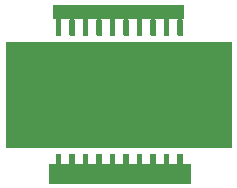
<source format=gbr>
G04 #@! TF.GenerationSoftware,KiCad,Pcbnew,(5.1.9)-1*
G04 #@! TF.CreationDate,2021-05-17T15:52:18-06:00*
G04 #@! TF.ProjectId,Igloo16,49676c6f-6f31-4362-9e6b-696361645f70,rev?*
G04 #@! TF.SameCoordinates,Original*
G04 #@! TF.FileFunction,Soldermask,Top*
G04 #@! TF.FilePolarity,Negative*
%FSLAX46Y46*%
G04 Gerber Fmt 4.6, Leading zero omitted, Abs format (unit mm)*
G04 Created by KiCad (PCBNEW (5.1.9)-1) date 2021-05-17 15:52:18*
%MOMM*%
%LPD*%
G01*
G04 APERTURE LIST*
%ADD10C,0.100000*%
%ADD11C,1.602000*%
%ADD12C,1.552000*%
G04 APERTURE END LIST*
D10*
G36*
X114000000Y-97490000D02*
G01*
X95000000Y-97490000D01*
X95000000Y-88600000D01*
X114000000Y-88600000D01*
X114000000Y-97490000D01*
G37*
X114000000Y-97490000D02*
X95000000Y-97490000D01*
X95000000Y-88600000D01*
X114000000Y-88600000D01*
X114000000Y-97490000D01*
G36*
X110000000Y-86550000D02*
G01*
X99000000Y-86550000D01*
X99000000Y-85400000D01*
X110000000Y-85400000D01*
X110000000Y-86550000D01*
G37*
X110000000Y-86550000D02*
X99000000Y-86550000D01*
X99000000Y-85400000D01*
X110000000Y-85400000D01*
X110000000Y-86550000D01*
G36*
X110600000Y-100500000D02*
G01*
X98600000Y-100500000D01*
X98600000Y-98900000D01*
X110600000Y-98900000D01*
X110600000Y-100500000D01*
G37*
X110600000Y-100500000D02*
X98600000Y-100500000D01*
X98600000Y-98900000D01*
X110600000Y-98900000D01*
X110600000Y-100500000D01*
G36*
X114000000Y-97490000D02*
G01*
X95000000Y-97490000D01*
X95000000Y-88600000D01*
X114000000Y-88600000D01*
X114000000Y-97490000D01*
G37*
X114000000Y-97490000D02*
X95000000Y-97490000D01*
X95000000Y-88600000D01*
X114000000Y-88600000D01*
X114000000Y-97490000D01*
G36*
X110000000Y-86550000D02*
G01*
X99000000Y-86550000D01*
X99000000Y-85400000D01*
X110000000Y-85400000D01*
X110000000Y-86550000D01*
G37*
X110000000Y-86550000D02*
X99000000Y-86550000D01*
X99000000Y-85400000D01*
X110000000Y-85400000D01*
X110000000Y-86550000D01*
G36*
X110600000Y-100500000D02*
G01*
X98600000Y-100500000D01*
X98600000Y-98900000D01*
X110600000Y-98900000D01*
X110600000Y-100500000D01*
G37*
X110600000Y-100500000D02*
X98600000Y-100500000D01*
X98600000Y-98900000D01*
X110600000Y-98900000D01*
X110600000Y-100500000D01*
G36*
G01*
X109963500Y-86715000D02*
X109963500Y-87985000D01*
G75*
G02*
X109912500Y-88036000I-51000J0D01*
G01*
X109531500Y-88036000D01*
G75*
G02*
X109480500Y-87985000I0J51000D01*
G01*
X109480500Y-86715000D01*
G75*
G02*
X109531500Y-86664000I51000J0D01*
G01*
X109912500Y-86664000D01*
G75*
G02*
X109963500Y-86715000I0J-51000D01*
G01*
G37*
G36*
G01*
X108820500Y-86715000D02*
X108820500Y-87985000D01*
G75*
G02*
X108769500Y-88036000I-51000J0D01*
G01*
X108388500Y-88036000D01*
G75*
G02*
X108337500Y-87985000I0J51000D01*
G01*
X108337500Y-86715000D01*
G75*
G02*
X108388500Y-86664000I51000J0D01*
G01*
X108769500Y-86664000D01*
G75*
G02*
X108820500Y-86715000I0J-51000D01*
G01*
G37*
G36*
G01*
X107677500Y-86715000D02*
X107677500Y-87985000D01*
G75*
G02*
X107626500Y-88036000I-51000J0D01*
G01*
X107245500Y-88036000D01*
G75*
G02*
X107194500Y-87985000I0J51000D01*
G01*
X107194500Y-86715000D01*
G75*
G02*
X107245500Y-86664000I51000J0D01*
G01*
X107626500Y-86664000D01*
G75*
G02*
X107677500Y-86715000I0J-51000D01*
G01*
G37*
G36*
G01*
X106534500Y-86715000D02*
X106534500Y-87985000D01*
G75*
G02*
X106483500Y-88036000I-51000J0D01*
G01*
X106102500Y-88036000D01*
G75*
G02*
X106051500Y-87985000I0J51000D01*
G01*
X106051500Y-86715000D01*
G75*
G02*
X106102500Y-86664000I51000J0D01*
G01*
X106483500Y-86664000D01*
G75*
G02*
X106534500Y-86715000I0J-51000D01*
G01*
G37*
G36*
G01*
X105391500Y-86715000D02*
X105391500Y-87985000D01*
G75*
G02*
X105340500Y-88036000I-51000J0D01*
G01*
X104959500Y-88036000D01*
G75*
G02*
X104908500Y-87985000I0J51000D01*
G01*
X104908500Y-86715000D01*
G75*
G02*
X104959500Y-86664000I51000J0D01*
G01*
X105340500Y-86664000D01*
G75*
G02*
X105391500Y-86715000I0J-51000D01*
G01*
G37*
G36*
G01*
X104248500Y-86715000D02*
X104248500Y-87985000D01*
G75*
G02*
X104197500Y-88036000I-51000J0D01*
G01*
X103816500Y-88036000D01*
G75*
G02*
X103765500Y-87985000I0J51000D01*
G01*
X103765500Y-86715000D01*
G75*
G02*
X103816500Y-86664000I51000J0D01*
G01*
X104197500Y-86664000D01*
G75*
G02*
X104248500Y-86715000I0J-51000D01*
G01*
G37*
G36*
G01*
X103105500Y-86715000D02*
X103105500Y-87985000D01*
G75*
G02*
X103054500Y-88036000I-51000J0D01*
G01*
X102673500Y-88036000D01*
G75*
G02*
X102622500Y-87985000I0J51000D01*
G01*
X102622500Y-86715000D01*
G75*
G02*
X102673500Y-86664000I51000J0D01*
G01*
X103054500Y-86664000D01*
G75*
G02*
X103105500Y-86715000I0J-51000D01*
G01*
G37*
G36*
G01*
X101962500Y-86715000D02*
X101962500Y-87985000D01*
G75*
G02*
X101911500Y-88036000I-51000J0D01*
G01*
X101530500Y-88036000D01*
G75*
G02*
X101479500Y-87985000I0J51000D01*
G01*
X101479500Y-86715000D01*
G75*
G02*
X101530500Y-86664000I51000J0D01*
G01*
X101911500Y-86664000D01*
G75*
G02*
X101962500Y-86715000I0J-51000D01*
G01*
G37*
G36*
G01*
X100819500Y-86715000D02*
X100819500Y-87985000D01*
G75*
G02*
X100768500Y-88036000I-51000J0D01*
G01*
X100387500Y-88036000D01*
G75*
G02*
X100336500Y-87985000I0J51000D01*
G01*
X100336500Y-86715000D01*
G75*
G02*
X100387500Y-86664000I51000J0D01*
G01*
X100768500Y-86664000D01*
G75*
G02*
X100819500Y-86715000I0J-51000D01*
G01*
G37*
G36*
G01*
X99676500Y-86715000D02*
X99676500Y-87985000D01*
G75*
G02*
X99625500Y-88036000I-51000J0D01*
G01*
X99244500Y-88036000D01*
G75*
G02*
X99193500Y-87985000I0J51000D01*
G01*
X99193500Y-86715000D01*
G75*
G02*
X99244500Y-86664000I51000J0D01*
G01*
X99625500Y-86664000D01*
G75*
G02*
X99676500Y-86715000I0J-51000D01*
G01*
G37*
G36*
G01*
X99193500Y-99335000D02*
X99193500Y-98065000D01*
G75*
G02*
X99244500Y-98014000I51000J0D01*
G01*
X99625500Y-98014000D01*
G75*
G02*
X99676500Y-98065000I0J-51000D01*
G01*
X99676500Y-99335000D01*
G75*
G02*
X99625500Y-99386000I-51000J0D01*
G01*
X99244500Y-99386000D01*
G75*
G02*
X99193500Y-99335000I0J51000D01*
G01*
G37*
G36*
G01*
X100336500Y-99335000D02*
X100336500Y-98065000D01*
G75*
G02*
X100387500Y-98014000I51000J0D01*
G01*
X100768500Y-98014000D01*
G75*
G02*
X100819500Y-98065000I0J-51000D01*
G01*
X100819500Y-99335000D01*
G75*
G02*
X100768500Y-99386000I-51000J0D01*
G01*
X100387500Y-99386000D01*
G75*
G02*
X100336500Y-99335000I0J51000D01*
G01*
G37*
G36*
G01*
X101479500Y-99335000D02*
X101479500Y-98065000D01*
G75*
G02*
X101530500Y-98014000I51000J0D01*
G01*
X101911500Y-98014000D01*
G75*
G02*
X101962500Y-98065000I0J-51000D01*
G01*
X101962500Y-99335000D01*
G75*
G02*
X101911500Y-99386000I-51000J0D01*
G01*
X101530500Y-99386000D01*
G75*
G02*
X101479500Y-99335000I0J51000D01*
G01*
G37*
G36*
G01*
X102622500Y-99335000D02*
X102622500Y-98065000D01*
G75*
G02*
X102673500Y-98014000I51000J0D01*
G01*
X103054500Y-98014000D01*
G75*
G02*
X103105500Y-98065000I0J-51000D01*
G01*
X103105500Y-99335000D01*
G75*
G02*
X103054500Y-99386000I-51000J0D01*
G01*
X102673500Y-99386000D01*
G75*
G02*
X102622500Y-99335000I0J51000D01*
G01*
G37*
G36*
G01*
X103765500Y-99335000D02*
X103765500Y-98065000D01*
G75*
G02*
X103816500Y-98014000I51000J0D01*
G01*
X104197500Y-98014000D01*
G75*
G02*
X104248500Y-98065000I0J-51000D01*
G01*
X104248500Y-99335000D01*
G75*
G02*
X104197500Y-99386000I-51000J0D01*
G01*
X103816500Y-99386000D01*
G75*
G02*
X103765500Y-99335000I0J51000D01*
G01*
G37*
G36*
G01*
X104908500Y-99335000D02*
X104908500Y-98065000D01*
G75*
G02*
X104959500Y-98014000I51000J0D01*
G01*
X105340500Y-98014000D01*
G75*
G02*
X105391500Y-98065000I0J-51000D01*
G01*
X105391500Y-99335000D01*
G75*
G02*
X105340500Y-99386000I-51000J0D01*
G01*
X104959500Y-99386000D01*
G75*
G02*
X104908500Y-99335000I0J51000D01*
G01*
G37*
G36*
G01*
X106051500Y-99335000D02*
X106051500Y-98065000D01*
G75*
G02*
X106102500Y-98014000I51000J0D01*
G01*
X106483500Y-98014000D01*
G75*
G02*
X106534500Y-98065000I0J-51000D01*
G01*
X106534500Y-99335000D01*
G75*
G02*
X106483500Y-99386000I-51000J0D01*
G01*
X106102500Y-99386000D01*
G75*
G02*
X106051500Y-99335000I0J51000D01*
G01*
G37*
G36*
G01*
X107194500Y-99335000D02*
X107194500Y-98065000D01*
G75*
G02*
X107245500Y-98014000I51000J0D01*
G01*
X107626500Y-98014000D01*
G75*
G02*
X107677500Y-98065000I0J-51000D01*
G01*
X107677500Y-99335000D01*
G75*
G02*
X107626500Y-99386000I-51000J0D01*
G01*
X107245500Y-99386000D01*
G75*
G02*
X107194500Y-99335000I0J51000D01*
G01*
G37*
G36*
G01*
X108337500Y-99335000D02*
X108337500Y-98065000D01*
G75*
G02*
X108388500Y-98014000I51000J0D01*
G01*
X108769500Y-98014000D01*
G75*
G02*
X108820500Y-98065000I0J-51000D01*
G01*
X108820500Y-99335000D01*
G75*
G02*
X108769500Y-99386000I-51000J0D01*
G01*
X108388500Y-99386000D01*
G75*
G02*
X108337500Y-99335000I0J51000D01*
G01*
G37*
G36*
G01*
X109480500Y-99335000D02*
X109480500Y-98065000D01*
G75*
G02*
X109531500Y-98014000I51000J0D01*
G01*
X109912500Y-98014000D01*
G75*
G02*
X109963500Y-98065000I0J-51000D01*
G01*
X109963500Y-99335000D01*
G75*
G02*
X109912500Y-99386000I-51000J0D01*
G01*
X109531500Y-99386000D01*
G75*
G02*
X109480500Y-99335000I0J51000D01*
G01*
G37*
D11*
X111915000Y-93860000D03*
X96965000Y-93860000D03*
D12*
X110440000Y-91860000D03*
X98440000Y-91860000D03*
M02*

</source>
